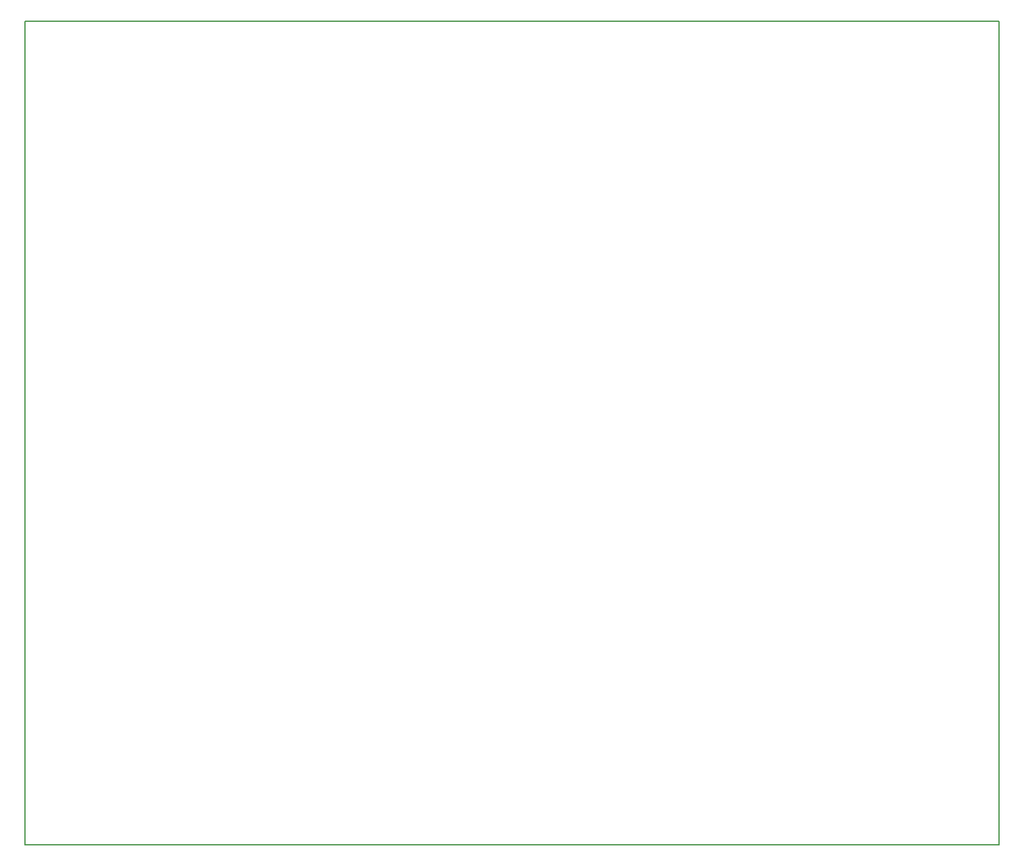
<source format=gm1>
G04 #@! TF.FileFunction,Profile,NP*
%FSLAX46Y46*%
G04 Gerber Fmt 4.6, Leading zero omitted, Abs format (unit mm)*
G04 Created by KiCad (PCBNEW 4.0.7) date 08/07/18 08:57:25*
%MOMM*%
%LPD*%
G01*
G04 APERTURE LIST*
%ADD10C,0.100000*%
%ADD11C,0.150000*%
G04 APERTURE END LIST*
D10*
D11*
X115570000Y-139700000D02*
X115570000Y-135890000D01*
X247650000Y-139700000D02*
X115570000Y-139700000D01*
X247650000Y-27940000D02*
X247650000Y-139700000D01*
X115570000Y-27940000D02*
X247650000Y-27940000D01*
X115570000Y-138430000D02*
X115570000Y-27940000D01*
M02*

</source>
